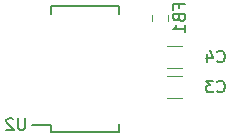
<source format=gbr>
G04 #@! TF.GenerationSoftware,KiCad,Pcbnew,5.1.6-c6e7f7d~86~ubuntu18.04.1*
G04 #@! TF.CreationDate,2020-05-25T21:41:21-07:00*
G04 #@! TF.ProjectId,usb_power,7573625f-706f-4776-9572-2e6b69636164,rev?*
G04 #@! TF.SameCoordinates,Original*
G04 #@! TF.FileFunction,Legend,Bot*
G04 #@! TF.FilePolarity,Positive*
%FSLAX46Y46*%
G04 Gerber Fmt 4.6, Leading zero omitted, Abs format (unit mm)*
G04 Created by KiCad (PCBNEW 5.1.6-c6e7f7d~86~ubuntu18.04.1) date 2020-05-25 21:41:21*
%MOMM*%
%LPD*%
G01*
G04 APERTURE LIST*
%ADD10C,0.150000*%
%ADD11C,0.120000*%
G04 APERTURE END LIST*
D10*
X154605000Y-111430000D02*
X153005000Y-111430000D01*
X154605000Y-101355000D02*
X160355000Y-101355000D01*
X154605000Y-112005000D02*
X160355000Y-112005000D01*
X154605000Y-101355000D02*
X154605000Y-102005000D01*
X160355000Y-101355000D02*
X160355000Y-102005000D01*
X160355000Y-112005000D02*
X160355000Y-111355000D01*
X154605000Y-112005000D02*
X154605000Y-111430000D01*
D11*
X163120000Y-102614252D02*
X163120000Y-102091748D01*
X164540000Y-102614252D02*
X164540000Y-102091748D01*
X164461436Y-104754000D02*
X165665564Y-104754000D01*
X164461436Y-106574000D02*
X165665564Y-106574000D01*
X164461436Y-107294000D02*
X165665564Y-107294000D01*
X164461436Y-109114000D02*
X165665564Y-109114000D01*
D10*
X152399904Y-110831380D02*
X152399904Y-111640904D01*
X152352285Y-111736142D01*
X152304666Y-111783761D01*
X152209428Y-111831380D01*
X152018952Y-111831380D01*
X151923714Y-111783761D01*
X151876095Y-111736142D01*
X151828476Y-111640904D01*
X151828476Y-110831380D01*
X151399904Y-110926619D02*
X151352285Y-110879000D01*
X151257047Y-110831380D01*
X151018952Y-110831380D01*
X150923714Y-110879000D01*
X150876095Y-110926619D01*
X150828476Y-111021857D01*
X150828476Y-111117095D01*
X150876095Y-111259952D01*
X151447523Y-111831380D01*
X150828476Y-111831380D01*
X165408571Y-101519666D02*
X165408571Y-101186333D01*
X165932380Y-101186333D02*
X164932380Y-101186333D01*
X164932380Y-101662523D01*
X165408571Y-102376809D02*
X165456190Y-102519666D01*
X165503809Y-102567285D01*
X165599047Y-102614904D01*
X165741904Y-102614904D01*
X165837142Y-102567285D01*
X165884761Y-102519666D01*
X165932380Y-102424428D01*
X165932380Y-102043476D01*
X164932380Y-102043476D01*
X164932380Y-102376809D01*
X164980000Y-102472047D01*
X165027619Y-102519666D01*
X165122857Y-102567285D01*
X165218095Y-102567285D01*
X165313333Y-102519666D01*
X165360952Y-102472047D01*
X165408571Y-102376809D01*
X165408571Y-102043476D01*
X165932380Y-103567285D02*
X165932380Y-102995857D01*
X165932380Y-103281571D02*
X164932380Y-103281571D01*
X165075238Y-103186333D01*
X165170476Y-103091095D01*
X165218095Y-102995857D01*
X168695666Y-106021142D02*
X168743285Y-106068761D01*
X168886142Y-106116380D01*
X168981380Y-106116380D01*
X169124238Y-106068761D01*
X169219476Y-105973523D01*
X169267095Y-105878285D01*
X169314714Y-105687809D01*
X169314714Y-105544952D01*
X169267095Y-105354476D01*
X169219476Y-105259238D01*
X169124238Y-105164000D01*
X168981380Y-105116380D01*
X168886142Y-105116380D01*
X168743285Y-105164000D01*
X168695666Y-105211619D01*
X167838523Y-105449714D02*
X167838523Y-106116380D01*
X168076619Y-105068761D02*
X168314714Y-105783047D01*
X167695666Y-105783047D01*
X168695666Y-108561142D02*
X168743285Y-108608761D01*
X168886142Y-108656380D01*
X168981380Y-108656380D01*
X169124238Y-108608761D01*
X169219476Y-108513523D01*
X169267095Y-108418285D01*
X169314714Y-108227809D01*
X169314714Y-108084952D01*
X169267095Y-107894476D01*
X169219476Y-107799238D01*
X169124238Y-107704000D01*
X168981380Y-107656380D01*
X168886142Y-107656380D01*
X168743285Y-107704000D01*
X168695666Y-107751619D01*
X168362333Y-107656380D02*
X167743285Y-107656380D01*
X168076619Y-108037333D01*
X167933761Y-108037333D01*
X167838523Y-108084952D01*
X167790904Y-108132571D01*
X167743285Y-108227809D01*
X167743285Y-108465904D01*
X167790904Y-108561142D01*
X167838523Y-108608761D01*
X167933761Y-108656380D01*
X168219476Y-108656380D01*
X168314714Y-108608761D01*
X168362333Y-108561142D01*
M02*

</source>
